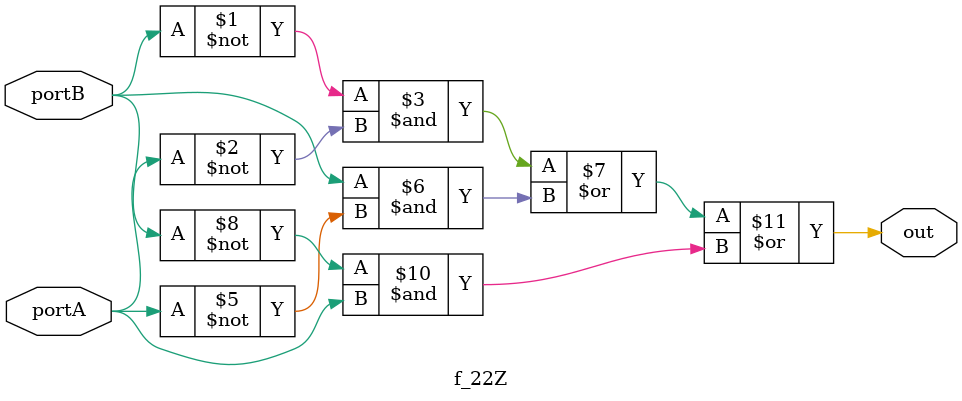
<source format=v>
`timescale 1 ns/10 ps  // time-unit = 1 ns, precision = 10 ps

module c_DNORLATCHv2 (
     input [1:0] io_in,
     output [1:0] io_out
);

wire bnet_0 = io_in[1]; //data
wire bnet_1 = io_in[0]; //clock

wire bnet_2;
wire bnet_3;
wire bnet_4;
wire bnet_5;

assign io_out[1] = bnet_4; //Q
assign io_out[0] = bnet_5; //notQ

c_Dlatchcontrol SavedGate_0 (
.io_in({bnet_0,bnet_1}),
.io_out({bnet_2,bnet_3})
);

c_NORLATCH SavedGate_1 (
.io_in({bnet_2,bnet_3}),
.io_out({bnet_4,bnet_5})
);

endmodule

module c_Dlatchcontrol (
     input [1:0] io_in,
     output [1:0] io_out
);

wire bnet_0 = io_in[1]; //Data
wire bnet_1 = bnet_0;
wire bnet_2 = io_in[0]; //Clock
wire bnet_3 = bnet_2;

wire bnet_4;
wire bnet_5;
wire bnet_6;

assign io_out[1] = bnet_5; //Reset
assign io_out[0] = bnet_6; //Set

f_22Z LogicGate_0 (
.portB(bnet_0),
.portA(bnet_2),
.out(bnet_5)
);

f_22Z LogicGate_1 (
.portB(bnet_3),
.portA(bnet_4),
.out(bnet_6)
);

f_2 LogicGate_2 (
.portA(bnet_1),
.out(bnet_4)
);

endmodule

module c_NORLATCH (
     input [1:0] io_in,
     output [1:0] io_out
);

wire bnet_0 = io_in[1]; //Reset
wire bnet_1 = io_in[0]; //Set

wire bnet_2;
wire bnet_3;
wire bnet_4 = bnet_2;
wire bnet_5 = bnet_3;

assign io_out[1] = bnet_4; //Q
assign io_out[0] = bnet_5; //notQ

f_22Z LogicGate_0 (
.portB(bnet_0),
.portA(bnet_3),
.out(bnet_2)
);

f_22Z LogicGate_1 (
.portA(bnet_1),
.portB(bnet_2),
.out(bnet_3)
);

endmodule

module f_2 (
     input wire portA,
     output wire out
     );

     assign out = 
    (portA == 0);
endmodule

module f_22Z (
     input wire portB,
     input wire portA,
     output wire out
     );

     assign out = 
    (portB == 0 & portA == 0) |
    (portB == 1 & portA == 0) |
    (portB == 0 & portA == 1);
endmodule
</source>
